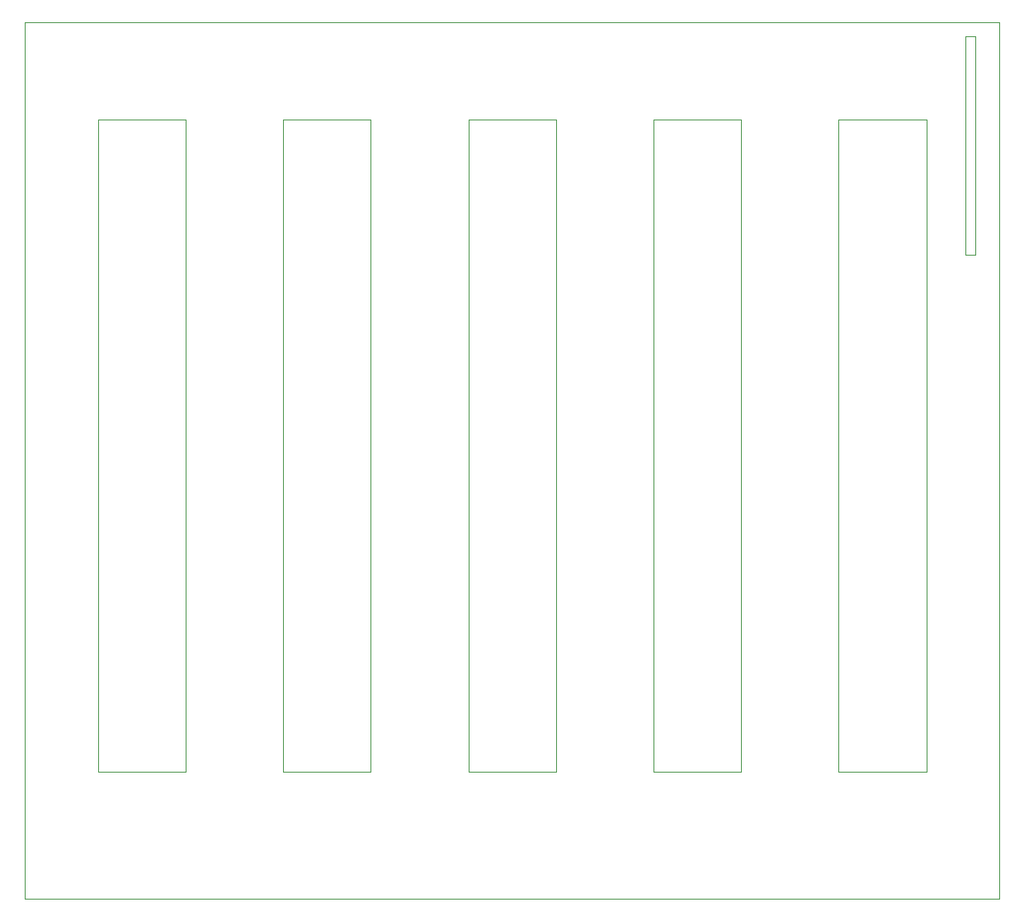
<source format=gbr>
%TF.GenerationSoftware,KiCad,Pcbnew,8.0.1*%
%TF.CreationDate,2024-03-23T17:43:50+03:00*%
%TF.ProjectId,AudMix,4175644d-6978-42e6-9b69-6361645f7063,rev?*%
%TF.SameCoordinates,Original*%
%TF.FileFunction,Profile,NP*%
%FSLAX46Y46*%
G04 Gerber Fmt 4.6, Leading zero omitted, Abs format (unit mm)*
G04 Created by KiCad (PCBNEW 8.0.1) date 2024-03-23 17:43:50*
%MOMM*%
%LPD*%
G01*
G04 APERTURE LIST*
%TA.AperFunction,Profile*%
%ADD10C,0.100000*%
%TD*%
%TA.AperFunction,Profile*%
%ADD11C,0.050000*%
%TD*%
G04 APERTURE END LIST*
D10*
X133500000Y-60000000D02*
X142500000Y-60000000D01*
X142500000Y-127000000D01*
X133500000Y-127000000D01*
X133500000Y-60000000D01*
X95500000Y-60000000D02*
X104500000Y-60000000D01*
X104500000Y-127000000D01*
X95500000Y-127000000D01*
X95500000Y-60000000D01*
X57500000Y-60000000D02*
X66500000Y-60000000D01*
X66500000Y-127000000D01*
X57500000Y-127000000D01*
X57500000Y-60000000D01*
X114500000Y-60000000D02*
X123500000Y-60000000D01*
X123500000Y-127000000D01*
X114500000Y-127000000D01*
X114500000Y-60000000D01*
X50000000Y-50000000D02*
X150000000Y-50000000D01*
X150000000Y-140000000D01*
X50000000Y-140000000D01*
X50000000Y-50000000D01*
X76500000Y-60000000D02*
X85500000Y-60000000D01*
X85500000Y-127000000D01*
X76500000Y-127000000D01*
X76500000Y-60000000D01*
%TO.C,U1*%
D11*
X147500000Y-51420000D02*
X146500000Y-51420000D01*
X146500000Y-73920000D01*
X147500000Y-73920000D01*
X147500000Y-51420000D01*
%TD*%
M02*

</source>
